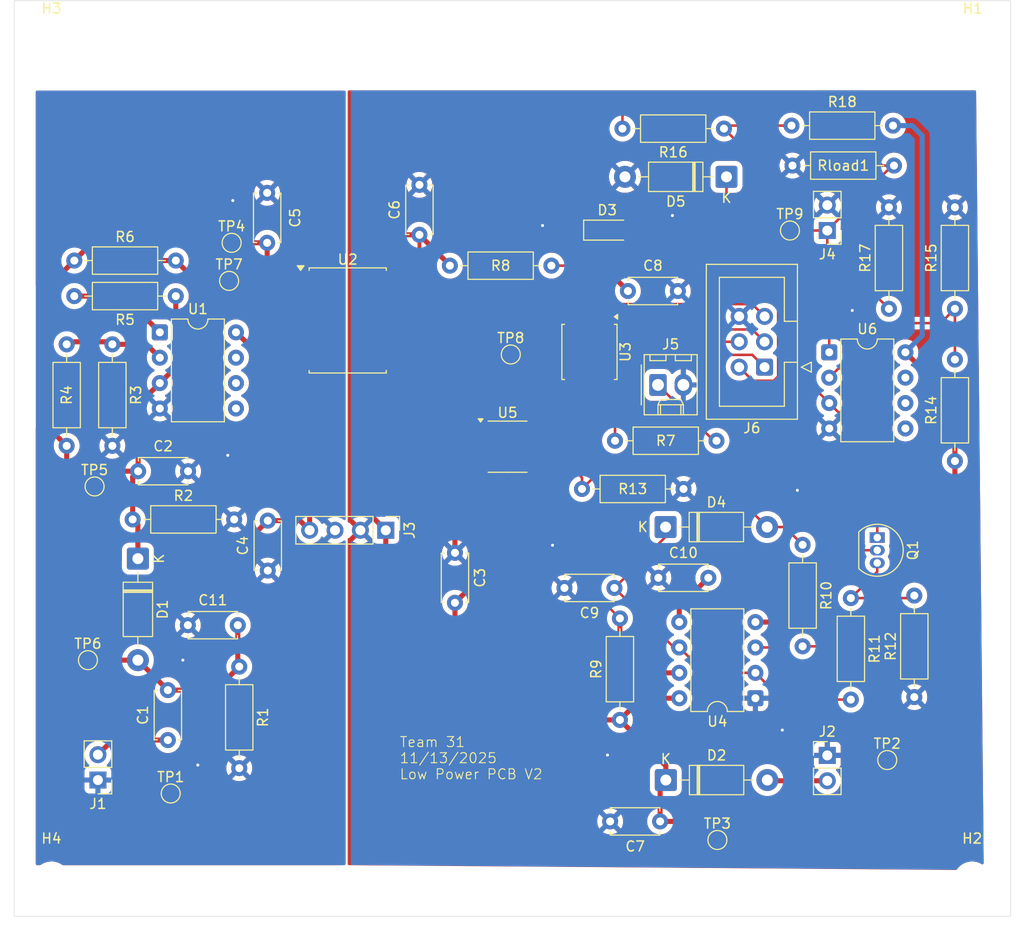
<source format=kicad_pcb>
(kicad_pcb (version 20241229) (generator "pcbnew") (generator_version "9.0")
  (layers (0 "F.Cu" signal) (2 "B.Cu" signal) (13 "F.Paste" user) (15 "B.Paste" user) (5 "F.SilkS" user "F.Silkscreen") (7 "B.SilkS" user "B.Silkscreen") (1 "F.Mask" user) (3 "B.Mask" user) (25 "Edge.Cuts" user))
  (net 0 "")
  (net 1 "/div_out")
  (net 2 "/AC_IN+")
  (net 3 "/env_out")
  (net 4 "/GND_AC")
  (net 5 "GND")
  (net 6 "+5V")
  (net 7 "/+5_ISO")
  (net 8 "/THR")
  (net 9 "Net-(U4-CV)")
  (net 10 "/DC_IN+")
  (net 11 "Net-(D3-A)")
  (net 12 "Net-(D4-A)")
  (net 13 "/drain")
  (net 14 "Net-(J4-Pin_1)")
  (net 15 "Net-(J5-Pin_1)")
  (net 16 "/MISO")
  (net 17 "/SCK")
  (net 18 "/MOSI")
  (net 19 "/RST")
  (net 20 "Net-(Q1-G)")
  (net 21 "/pulse")
  (net 22 "Net-(U1A--)")
  (net 23 "/comp_out")
  (net 24 "/timer_out")
  (net 25 "Net-(U6A--)")
  (net 26 "Net-(R16-Pad1)")
  (net 27 "/mcu_out")
  (net 30 "/iso_out")
  (footprint "Resistor_THT:R_Axial_DIN0207_L6.3mm_D2.5mm_P10.16mm_Horizontal" (layer "F.Cu") (at 191.42 50.5)
    (property "Reference" "R18")
    (property "Value" "1k")
  )
  (footprint "Package_SO:SOIC-8_3.9x4.9mm_P1.27mm" (layer "F.Cu") (at 163 82.635)
    (property "Reference" "U5")
    (property "Value" "TC4427xOA")
  )
  (footprint "Resistor_THT:R_Axial_DIN0207_L6.3mm_D2.5mm_P10.16mm_Horizontal" (layer "F.Cu") (at 129.794 67.564 180)
    (property "Reference" "R5")
    (property "Value" "1Meg")
  )
  (footprint "Package_DIP:DIP-8_W7.62mm" (layer "F.Cu") (at 128.195 71.19)
    (property "Reference" "U1")
    (property "Value" "LM393")
  )
  (footprint "Package_DIP:DIP-8_W7.62mm" (layer "F.Cu") (at 195.195 73.19)
    (property "Reference" "U6")
    (property "Value" "LM393")
  )
  (footprint "Resistor_THT:R_Axial_DIN0207_L6.3mm_D2.5mm_P10.16mm_Horizontal" (layer "F.Cu") (at 125.476 89.916)
    (property "Reference" "R2")
    (property "Value" "5.6k")
  )
  (footprint "MountingHole:MountingHole_3.2mm_M3" (layer "F.Cu") (at 209.55 42.926)
    (property "Reference" "H1")
    (property "Value" "MountingHole")
  )
  (footprint "Resistor_THT:R_Axial_DIN0207_L6.3mm_D2.5mm_P10.16mm_Horizontal" (layer "F.Cu") (at 173.752 82.042)
    (property "Reference" "R7")
    (property "Value" "1k")
  )
  (footprint "MountingHole:MountingHole_3.2mm_M3" (layer "F.Cu") (at 209.5 126)
    (property "Reference" "H2")
    (property "Value" "MountingHole")
  )
  (footprint "Resistor_THT:R_Axial_DIN0207_L6.3mm_D2.5mm_P10.16mm_Horizontal" (layer "F.Cu") (at 203.708 107.696 90)
    (property "Reference" "R12")
    (property "Value" "1k")
  )
  (footprint "Package_SO:SOIC-8_5.3x5.3mm_P1.27mm" (layer "F.Cu") (at 171.196 73.152 -90)
    (property "Reference" "U3")
    (property "Value" "ATtiny85-20S")
  )
  (footprint "Capacitor_THT:C_Disc_D4.7mm_W2.5mm_P5.00mm" (layer "F.Cu") (at 157.734 93.258 -90)
    (property "Reference" "C3")
    (property "Value" "10uF")
  )
  (footprint "Capacitor_THT:C_Disc_D4.7mm_W2.5mm_P5.00mm" (layer "F.Cu") (at 180.046 67.056 180)
    (property "Reference" "C8")
    (property "Value" "1uF")
  )
  (footprint "Capacitor_THT:C_Disc_D4.7mm_W2.5mm_P5.00mm" (layer "F.Cu") (at 178.268 120.142 180)
    (property "Reference" "C7")
    (property "Value" "100uF")
  )
  (footprint "Capacitor_THT:C_Disc_D4.7mm_W2.5mm_P5.00mm" (layer "F.Cu") (at 131 100.5)
    (property "Reference" "C11")
    (property "Value" "3.9nF")
  )
  (footprint "Diode_SMD:D_SOD-123" (layer "F.Cu") (at 172.974 60.96)
    (property "Reference" "D3")
    (property "Value" "MBR0520")
  )
  (footprint "Resistor_THT:R_Axial_DIN0207_L6.3mm_D2.5mm_P10.16mm_Horizontal" (layer "F.Cu") (at 192.532 92.456 -90)
    (property "Reference" "R10")
    (property "Value" "130k")
  )
  (footprint "Package_TO_SOT_THT:TO-92_Inline" (layer "F.Cu") (at 200 91.73 -90)
    (property "Reference" "Q1")
    (property "Value" "2N7000")
  )
  (footprint "Capacitor_THT:C_Disc_D4.7mm_W2.5mm_P5.00mm" (layer "F.Cu") (at 126.024 85.09)
    (property "Reference" "C2")
    (property "Value" "1nF")
  )
  (footprint "Connector_PinHeader_2.54mm:PinHeader_1x02_P2.54mm_Vertical" (layer "F.Cu") (at 195 61 180)
    (property "Reference" "J4")
    (property "Value" "Conn_01x02")
  )
  (footprint "Resistor_THT:R_Axial_DIN0207_L6.3mm_D2.5mm_P10.16mm_Horizontal" (layer "F.Cu") (at 207.772 84.074 90)
    (property "Reference" "R14")
    (property "Value" "5k")
  )
  (footprint "Capacitor_THT:C_Disc_D4.7mm_W2.5mm_P5.00mm" (layer "F.Cu") (at 178.094 95.758)
    (property "Reference" "C10")
    (property "Value" "10n")
  )
  (footprint "TestPoint:TestPoint_Pad_D1.5mm" (layer "F.Cu") (at 201 114)
    (property "Reference" "TP2")
    (property "Value" "TestPoint")
  )
  (footprint "TestPoint:TestPoint_Pad_D1.5mm" (layer "F.Cu") (at 135.128 66.04)
    (property "Reference" "TP7")
    (property "Value" "TestPoint" (hide yes))
  )
  (footprint "Capacitor_THT:C_Disc_D4.7mm_W2.5mm_P5.00mm" (layer "F.Cu") (at 129 112 90)
    (property "Reference" "C1")
    (property "Value" "10pF")
  )
  (footprint "Capacitor_THT:C_Disc_D4.7mm_W2.5mm_P5.00mm" (layer "F.Cu") (at 139 95.0375 90)
    (property "Reference" "C4")
    (property "Value" "10uF")
  )
  (footprint "TestPoint:TestPoint_Pad_D1.5mm" (layer "F.Cu") (at 191.262 61)
    (property "Reference" "TP9")
    (property "Value" "TestPoint")
  )
  (footprint "Connector_Molex:Molex_KK-254_AE-6410-02A_1x02_P2.54mm_Vertical" (layer "F.Cu") (at 178.054 76.454)
    (property "Reference" "J5")
    (property "Value" "LED")
  )
  (footprint "TestPoint:TestPoint_Pad_D1.5mm" (layer "F.Cu") (at 184 122)
    (property "Reference" "TP3")
    (property "Value" "TestPoint")
  )
  (footprint "Resistor_THT:R_Axial_DIN0207_L6.3mm_D2.5mm_P10.16mm_Horizontal" (layer "F.Cu") (at 201.168 68.834 90)
    (property "Reference" "R17")
    (property "Value" "1k")
  )
  (footprint "Resistor_THT:R_Axial_DIN0207_L6.3mm_D2.5mm_P10.16mm_Horizontal" (layer "F.Cu") (at 136.144 104.648 -90)
    (property "Reference" "R1")
    (property "Value" "10k")
  )
  (footprint "Diode_THT:D_DO-41_SOD81_P10.16mm_Horizontal" (layer "F.Cu") (at 184.912 55.626 180)
    (property "Reference" "D5")
    (property "Value" "1N5817")
  )
  (footprint "Resistor_THT:R_Axial_DIN0207_L6.3mm_D2.5mm_P10.16mm_Horizontal" (layer "F.Cu") (at 184.658 50.8 180)
    (property "Reference" "R16")
    (property "Value" "43k")
  )
  (footprint "Resistor_THT:R_Axial_DIN0207_L6.3mm_D2.5mm_P10.16mm_Horizontal" (layer "F.Cu") (at 157.226 64.516)
    (property "Reference" "R8")
    (property "Value" "10k")
  )
  (footprint "Resistor_THT:R_Axial_DIN0207_L6.3mm_D2.5mm_P10.16mm_Horizontal" (layer "F.Cu") (at 197.358 97.79 -90)
    (property "Reference" "R11")
    (property "Value" "2k")
  )
  (footprint "TestPoint:TestPoint_Pad_D1.5mm" (layer "F.Cu") (at 121.666 86.614)
    (property "Reference" "TP5")
    (property "Value" "TestPoint")
  )
  (footprint "Diode_THT:D_DO-41_SOD81_P10.16mm_Horizontal" (layer "F.Cu") (at 178.84 116)
    (property "Reference" "D2")
    (property "Value" "1N5817")
  )
  (footprint "Resistor_THT:R_Axial_DIN0207_L6.3mm_D2.5mm_P10.16mm_Horizontal" (layer "F.Cu") (at 119.634 64.008)
    (property "Reference" "R6")
    (property "Value" "10k")
  )
  (footprint "TestPoint:TestPoint_Pad_D1.5mm" (layer "F.Cu") (at 129.286 117.348)
    (property "Reference" "TP1")
    (property "Value" "TestPoint")
  )
  (footprint "Resistor_THT:R_Axial_DIN0207_L6.3mm_D2.5mm_P10.16mm_Horizontal" (layer "F.Cu") (at 207.772 68.834 90)
    (property "Reference" "R15")
    (property "Value" "1k")
  )
  (footprint "Package_SO:SOIC-16W_7.5x10.3mm_P1.27mm" (layer "F.Cu") (at 147 70)
    (property "Reference" "U2")
    (property "Value" "Si8640BD-B-IS2")
  )
  (footprint "Resistor_THT:R_Axial_DIN0207_L6.3mm_D2.5mm_P10.16mm_Horizontal" (layer "F.Cu") (at 174.244 109.982 90)
    (property "Reference" "R9")
    (property "Value" "15k")
  )
  (footprint "MountingHole:MountingHole_3.2mm_M3" (layer "F.Cu") (at 117.348 126)
    (property "Reference" "H4")
    (property "Value" "MountingHole")
  )
  (footprint "Resistor_THT:R_Axial_DIN0207_L6.3mm_D2.5mm_P10.16mm_Horizontal" (layer "F.Cu") (at 191.516 54.5)
    (property "Reference" "Rload1")
    (property "Value" "10k")
  )
  (footprint "TestPoint:TestPoint_Pad_D1.5mm" (layer "F.Cu") (at 135.382 62.23)
    (property "Reference" "TP4")
    (property "Value" "TestPoint")
  )
  (footprint "Package_DIP:DIP-8_W7.62mm" (layer "F.Cu") (at 187.805 107.81 180)
    (property "Reference" "U4")
    (property "Value" "NE555P")
  )
  (footprint "Connector_PinHeader_2.54mm:PinHeader_1x04_P2.54mm_Vertical" (layer "F.Cu") (at 150.81 91 -90)
    (property "Reference" "J3")
    (property "Value" "Conn_02x02_Counter_Clockwise")
  )
  (footprint "Connector_IDC:IDC-Header_2x03_P2.54mm_Vertical" (layer "F.Cu") (at 188.722 74.676 180)
    (property "Reference" "J6")
    (property "Value" "ISP")
  )
  (footprint "Connector_PinHeader_2.54mm:PinHeader_1x02_P2.54mm_Vertical" (layer "F.Cu") (at 122 116 180)
    (property "Reference" "J1")
    (property "Value" "Conn_01x02")
  )
  (footprint "Resistor_THT:R_Axial_DIN0207_L6.3mm_D2.5mm_P10.16mm_Horizontal" (layer "F.Cu") (at 118.872 82.55 90)
    (property "Reference" "R4")
    (property "Value" "47k")
  )
  (footprint "Connector_PinHeader_2.54mm:PinHeader_1x02_P2.54mm_Vertical" (layer "F.Cu") (at 195 113.533)
    (property "Reference" "J2")
    (property "Value" "Conn_01x02")
  )
  (footprint "TestPoint:TestPoint_Pad_D1.5mm" (layer "F.Cu") (at 163.322 73.406)
    (property "Reference" "TP8")
    (property "Value" "TestPoint")
  )
  (footprint "Resistor_THT:R_Axial_DIN0207_L6.3mm_D2.5mm_P10.16mm_Horizontal" (layer "F.Cu") (at 123.444 72.39 -90)
    (property "Reference" "R3")
    (property "Value" "3k")
  )
  (footprint "Diode_THT:D_DO-41_SOD81_P10.16mm_Horizontal" (layer "F.Cu") (at 126 93.84 -90)
    (property "Reference" "D1")
    (property "Value" "1N5817")
  )
  (footprint "Capacitor_THT:C_Disc_D4.7mm_W2.5mm_P5.00mm" (layer "F.Cu") (at 173.696 96.774 180)
    (property "Reference" "C9")
    (property "Value" "0.01uF")
  )
  (footprint "Resistor_THT:R_Axial_DIN0207_L6.3mm_D2.5mm_P10.16mm_Horizontal" (layer "F.Cu") (at 170.45 86.868)
    (property "Reference" "R13")
    (property "Value" "100k")
  )
  (footprint "Capacitor_THT:C_Disc_D4.7mm_W2.5mm_P5.00mm" (layer "F.Cu") (at 154.178 61.428 90)
    (property "Reference" "C6")
    (property "Value" "0.1uF")
  )
  (footprint "TestPoint:TestPoint_Pad_D1.5mm" (layer "F.Cu") (at 121 104)
    (property "Reference" "TP6")
    (property "Value" "TestPoint")
  )
  (footprint "Capacitor_THT:C_Disc_D4.7mm_W2.5mm_P5.00mm" (layer "F.Cu") (at 138.938 62.23 90)
    (property "Reference" "C5")
    (property "Value" "0.1uF")
  )
  (footprint "MountingHole:MountingHole_3.2mm_M3" (layer "F.Cu") (at 117.348 42.926)
    (property "Reference" "H3")
    (property "Value" "MountingHole")
  )
  (footprint "Diode_THT:D_DO-41_SOD81_P10.16mm_Horizontal" (layer "F.Cu") (at 178.816 90.678)
    (property "Reference" "D4")
    (property "Value" "1N5817")
  )
  (gr_rect (start 113.614 38.011) (end 213.36 129.629) (stroke (width 0.05)) (fill no) (layer "Edge.Cuts"))
  (gr_text "Team 31\n11/13/2025\nLow Power PCB V2" (at 152.146 116 0) (layer "F.SilkS") (effects (font (size 1 1) (thickness 0.1)) (justify left bottom)))
  (segment (start 129 107) (end 126 104) (width 0.508) (layer "F.Cu") (net 1))
  (segment (start 136 104.504) (end 136.144 104.648) (width 0.508) (layer "F.Cu") (net 1))
  (segment (start 133.792 107) (end 136.144 104.648) (width 0.508) (layer "F.Cu") (net 1))
  (segment (start 129 107) (end 133.792 107) (width 0.508) (layer "F.Cu") (net 1))
  (segment (start 126 104) (end 121 104) (width 0.508) (layer "F.Cu") (net 1))
  (segment (start 136 100.5) (end 136 104.504) (width 0.508) (layer "F.Cu") (net 1))
  (segment (start 123.46 112) (end 122 113.46) (width 0.508) (layer "F.Cu") (net 2))
  (segment (start 129 112) (end 123.46 112) (width 0.508) (layer "F.Cu") (net 2))
  (segment (start 126.024 85.09) (end 126.024 78.441) (width 0.508) (layer "F.Cu") (net 3))
  (segment (start 123.19 85.09) (end 121.666 86.614) (width 0.508) (layer "F.Cu") (net 3))
  (segment (start 126 93.84) (end 126 90.44) (width 0.508) (layer "F.Cu") (net 3))
  (segment (start 128.195 76.27) (end 129.794 74.671) (width 0.508) (layer "F.Cu") (net 3))
  (segment (start 126.024 85.09) (end 123.19 85.09) (width 0.508) (layer "F.Cu") (net 3))
  (segment (start 126.024 78.441) (end 128.195 76.27) (width 0.508) (layer "F.Cu") (net 3))
  (segment (start 126 90.44) (end 125.476 89.916) (width 0.508) (layer "F.Cu") (net 3))
  (segment (start 125.476 85.638) (end 126.024 85.09) (width 0.508) (layer "F.Cu") (net 3))
  (segment (start 125.476 89.916) (end 125.476 85.638) (width 0.508) (layer "F.Cu") (net 3))
  (segment (start 129.794 74.671) (end 129.794 67.564) (width 0.508) (layer "F.Cu") (net 3))
  (segment (start 144.138 70.117) (end 144.138 68.627334) (width 0.508) (layer "F.Cu") (net 4))
  (segment (start 142.35 71.905) (end 143.607 71.905) (width 0.508) (layer "F.Cu") (net 4))
  (segment (start 143.400334 66.825) (end 142.35 66.825) (width 0.508) (layer "F.Cu") (net 4))
  (segment (start 144.138 66.087334) (end 143.400334 66.825) (width 0.508) (layer "F.Cu") (net 4))
  (segment (start 129.032 117.348) (end 127.684 116) (width 0.508) (layer "F.Cu") (net 4))
  (segment (start 144.138 66.087334) (end 144.138 62.43) (width 0.508) (layer "F.Cu") (net 4))
  (segment (start 143.62 70.635) (end 144.138 70.117) (width 0.508) (layer "F.Cu") (net 4))
  (segment (start 127.684 116) (end 122 116) (width 0.508) (layer "F.Cu") (net 4))
  (segment (start 143.400334 74.445) (end 144.138 73.707334) (width 0.508) (layer "F.Cu") (net 4))
  (segment (start 129.286 117.348) (end 129.032 117.348) (width 0.508) (layer "F.Cu") (net 4))
  (segment (start 142.35 69.365) (end 143.400334 69.365) (width 0.508) (layer "F.Cu") (net 4))
  (segment (start 144.138 73.707334) (end 144.138 71.374) (width 0.508) (layer "F.Cu") (net 4))
  (segment (start 143.400334 69.365) (end 144.138 68.627334) (width 0.508) (layer "F.Cu") (net 4))
  (segment (start 143.607 71.905) (end 144.138 71.374) (width 0.508) (layer "F.Cu") (net 4))
  (segment (start 144.138 68.627334) (end 144.138 66.087334) (width 0.508) (layer "F.Cu") (net 4))
  (segment (start 142.35 74.445) (end 143.400334 74.445) (width 0.508) (layer "F.Cu") (net 4))
  (segment (start 144.138 62.43) (end 138.938 57.23) (width 0.508) (layer "F.Cu") (net 4))
  (segment (start 144.138 71.374) (end 144.138 70.117) (width 0.508) (layer "F.Cu") (net 4))
  (segment (start 142.35 70.635) (end 143.62 70.635) (width 0.508) (layer "F.Cu") (net 4))
  (via (at 135.5 58) (size 0.6) (drill 0.3) (layers "F.Cu" "B.Cu") (net 4))
  (via (at 130.5 104) (size 0.6) (drill 0.3) (layers "F.Cu" "B.Cu") (net 4))
  (via (at 132 114.5) (size 0.6) (drill 0.3) (layers "F.Cu" "B.Cu") (net 4))
  (via (at 135 83.5) (size 0.6) (drill 0.3) (layers "F.Cu" "B.Cu") (net 4))
  (segment (start 153.527919 76.322919) (end 153.527919 84.54) (width 0.508) (layer "F.Cu") (net 5))
  (segment (start 160.525 83.27) (end 158.496 83.27) (width 0.508) (layer "F.Cu") (net 5))
  (segment (start 153.2835 76.0785) (end 153.527919 76.322919) (width 0.508) (layer "F.Cu") (net 5))
  (segment (start 158.496 83.27) (end 157.226 84.54) (width 0.508) (layer "F.Cu") (net 5))
  (segment (start 159.7975 69.5645) (end 153.2835 76.0785) (width 0.508) (layer "F.Cu") (net 5))
  (segment (start 160.525 84.54) (end 157.226 84.54) (width 0.508) (layer "F.Cu") (net 5))
  (segment (start 200.533 113.533) (end 201 114) (width 0.508) (layer "F.Cu") (net 5))
  (segment (start 151.65 74.445) (end 153.2835 76.0785) (width 0.508) (layer "F.Cu") (net 5))
  (segment (start 151.65 66.825) (end 161.267 66.825) (width 0.508) (layer "F.Cu") (net 5))
  (segment (start 161.29 66.802) (end 161.29 63.54) (width 0.508) (layer "F.Cu") (net 5))
  (segment (start 157.226 84.54) (end 153.527919 84.54) (width 0.508) (layer "F.Cu") (net 5))
  (segment (start 161.29 63.54) (end 154.178 56.428) (width 0.508) (layer "F.Cu") (net 5))
  (segment (start 169.291 69.5645) (end 159.7975 69.5645) (width 0.508) (layer "F.Cu") (net 5))
  (segment (start 157.734 88.746081) (end 153.527919 84.54) (width 0.508) (layer "F.Cu") (net 5))
  (segment (start 157.734 93.258) (end 157.734 88.746081) (width 0.508) (layer "F.Cu") (net 5))
  (segment (start 161.267 66.825) (end 161.29 66.802) (width 0.508) (layer "F.Cu") (net 5))
  (segment (start 195 113.533) (end 200.533 113.533) (width 0.508) (layer "F.Cu") (net 5))
  (via (at 179.5 59.5) (size 0.6) (drill 0.3) (layers "F.Cu" "B.Cu") (net 5))
  (via (at 173 113.5) (size 0.6) (drill 0.3) (layers "F.Cu" "B.Cu") (net 5))
  (via (at 197.5 69) (size 0.6) (drill 0.3) (layers "F.Cu" "B.Cu") (net 5))
  (via (at 192 87) (size 0.6) (drill 0.3) (layers "F.Cu" "B.Cu") (net 5))
  (via (at 190.5 111) (size 0.6) (drill 0.3) (layers "F.Cu" "B.Cu") (net 5))
  (via (at 166.5 60.5) (size 0.6) (drill 0.3) (layers "F.Cu" "B.Cu") (net 5))
  (via (at 167.5 92.5) (size 0.6) (drill 0.3) (layers "F.Cu" "B.Cu") (net 5))
  (segment (start 154.178 63.027) (end 154.178 61.428) (width 0.381) (layer "F.Cu") (net 6))
  (segment (start 173.101 78.511848) (end 171.882348 79.7305) (width 0.381) (layer "F.Cu") (net 6))
  (segment (start 157.734 98.258) (end 163.683 92.309) (width 0.508) (layer "F.Cu") (net 6))
  (segment (start 207.772 78.147) (end 202.815 73.19) (width 0.508) (layer "F.Cu") (net 6))
  (segment (start 176.416 107.81) (end 180.185 107.81) (width 0.508) (layer "F.Cu") (net 6))
  (segment (start 163.8005 80.223968) (end 163.8005 82.570499) (width 0.381) (layer "F.Cu") (net 6))
  (segment (start 157.734 105.156) (end 162.56 109.982) (width 0.508) (layer "F.Cu") (net 6))
  (segment (start 154.178 61.428) (end 154.178 61.468) (width 0.508) (layer "F.Cu") (net 6))
  (segment (start 149.582666 72.158) (end 149.582666 66.403745) (width 0.508) (layer "F.Cu") (net 6))
  (segment (start 162.56 109.982) (end 174.244 109.982) (width 0.508) (layer "F.Cu") (net 6))
  (segment (start 182.96 122) (end 181.102 120.142) (width 0.508) (layer "F.Cu") (net 6))
  (segment (start 207.772 84.074) (end 207.772 78.147) (width 0.508) (layer "F.Cu") (net 6))
  (segment (start 173.101 76.7395) (end 173.101 78.511848) (width 0.381) (layer "F.Cu") (net 6))
  (segment (start 184 122) (end 182.96 122) (width 0.508) (layer "F.Cu") (net 6))
  (segment (start 150.599666 73.175) (end 149.582666 72.158) (width 0.508) (layer "F.Cu") (net 6))
  (segment (start 178.84 116) (end 178.84 114.578) (width 0.508) (layer "F.Cu") (net 6))
  (segment (start 151.65 65.555) (end 151.65 65.52) (width 0.381) (layer "F.Cu") (net 6))
  (segment (start 150.81 98.232) (end 157.734 105.156) (width 0.508) (layer "F.Cu") (net 6))
  (segment (start 171.324 60.96) (end 163.704 53.34) (width 0.508) (layer "F.Cu") (net 6))
  (segment (start 207.772 98.298) (end 207.772 110.998) (width 0.508) (layer "F.Cu") (net 6))
  (segment (start 150.114 54.61) (end 150.114 59.69) (width 0.508) (layer "F.Cu") (net 6))
  (segment (start 171.324 60.96) (end 171.324 63.334) (width 0.508) (layer "F.Cu") (net 6))
  (segment (start 157.734 98.258) (end 157.734 105.156) (width 0.508) (layer "F.Cu") (net 6))
  (segment (start 151.65 73.175) (end 150.599666 73.175) (width 0.508) (layer "F.Cu") (net 6))
  (segment (start 174.822974 67.075) (end 175 67.075) (width 0.508) (layer "F.Cu") (net 6))
  (segment (start 174.244 109.982) (end 176.416 107.81) (width 0.508) (layer "F.Cu") (net 6))
  (segment (start 149.582666 66.403745) (end 150.431411 65.555) (width 0.508) (layer "F.Cu") (net 6))
  (segment (start 150.431411 65.555) (end 151.65 65.555) (width 0.508) (layer "F.Cu") (net 6))
  (segment (start 164.293968 79.7305) (end 163.8005 80.223968) (width 0.381) (layer "F.Cu") (net 6))
  (segment (start 178.84 114.578) (end 174.244 109.982) (width 0.508) (layer "F.Cu") (net 6))
  (segment (start 207.772 84.074) (end 207.772 98.298) (width 0.508) (layer "F.Cu") (net 6))
  (segment (start 196.77 122) (end 184 122) (width 0.508) (layer "F.Cu") (net 6))
  (segment (start 157.226 64.476) (end 154.178 61.428) (width 0.508) (layer "F.Cu") (net 6))
  (segment (start 178.268 116.572) (end 178.84 116) (width 0.508) (layer "F.Cu") (net 6))
  (segment (start 207.772 98.298) (end 205.88 100.19) (width 0.508) (layer "F.Cu") (net 6))
  (segment (start 164.564468 83.27) (end 163.683 84.151468) (width 0.381) (layer "F.Cu") (net 6))
  (segment (start 165.475 83.27) (end 164.564468 83.27) (width 0.381) (layer "F.Cu") (net 6))
  (segment (start 164.500001 83.27) (end 165.475 83.27) (width 0.381) (layer "F.Cu") (net 6))
  (segment (start 150.114 59.69) (end 151.852 61.428) (width 0.508) (layer "F.Cu") (net 6))
  (segment (start 171.882348 79.7305) (end 164.293968 79.7305) (width 0.381) (layer "F.Cu") (net 6))
  (segment (start 151.384 53.34) (end 150.114 54.61) (width 0.508) (layer "F.Cu") (net 6))
  (segment (start 207.772 110.998) (end 196.77 122) (width 0.508) (layer "F.Cu") (net 6))
  (segment (start 205.88 100.19) (end 187.805 100.19) (width 0.508) (layer "F.Cu") (net 6))
  (segment (start 181.102 120.142) (end 178.268 120.142) (width 0.508) (layer "F.Cu") (net 6))
  (segment (start 154.178 61.468) (end 154.432 61.722) (width 0.508) (layer "F.Cu") (net 6))
  (segment (start 163.8005 82.570499) (end 164.500001 83.27) (width 0.381) (layer "F.Cu") (net 6))
  (segment (start 163.704 53.34) (end 151.384 53.34) (width 0.508) (layer "F.Cu") (net 6))
  (segment (start 171.324 63.334) (end 175.046 67.056) (width 0.508) (layer "F.Cu") (net 6))
  (segment (start 178.268 120.142) (end 178.268 116.572) (width 0.508) (layer "F.Cu") (net 6))
  (segment (start 151.65 65.555) (end 154.178 63.027) (width 0.381) (layer "F.Cu") (net 6))
  (segment (start 150.81 91) (end 149.582666 89.772666) (width 0.508) (layer "F.Cu") (net 6))
  (segment (start 163.683 84.151468) (end 163.683 92.309) (width 0.508) (layer "F.Cu") (net 6))
  (segment (start 150.81 98.232) (end 150.81 91) (width 0.508) (layer "F.Cu") (net 6))
  (segment (start 151.852 61.428) (end 154.178 61.428) (width 0.508) (layer "F.Cu") (net 6))
  (segment (start 157.226 64.516) (end 157.226 64.476) (width 0.508) (layer "F.Cu") (net 6))
  (segment (start 149.582666 89.772666) (end 149.582666 72.158) (width 0.508) (layer "F.Cu") (net 6))
  (segment (start 204.5 51.5) (end 203.5 50.5) (width 0.508) (layer "B.Cu") (net 6))
  (segment (start 203.5 50.5) (end 201.58 50.5) (width 0.508) (layer "B.Cu") (net 6))
  (segment (start 204.5 71.505) (end 204.5 51.5) (width 0.508) (layer "B.Cu") (net 6))
  (segment (start 202.815 73.19) (end 204.5 71.505) (width 0.508) (layer "B.Cu") (net 6))
  (segment (start 143.19 78.535373) (end 143.19 91) (width 0.508) (layer "F.Cu") (net 7))
  (segment (start 138.938 64.008) (end 139.005 64.075) (width 0.508) (layer "F.Cu") (net 7))
  (segment (start 118.872 89.851526) (end 118.872 82.55) (width 0.508) (layer "F.Cu") (net 7))
  (segment (start 121.412 62.23) (end 135.382 62.23) (width 0.508) (layer "F.Cu") (net 7))
  (segment (start 118.872 82.55) (end 116.586 80.264) (width 0.508) (layer "F.Cu") (net 7))
  (segment (start 116.586 67.056) (end 119.634 64.008) (width 0.508) (layer "F.Cu") (net 7))
  (segment (start 133.3345 95.703) (end 124.723474 95.703) (width 0.508) (layer "F.Cu") (net 7))
  (segment (start 139 90.0375) (end 133.3345 95.703) (width 0.508) (layer "F.Cu") (net 7))
  (segment (start 138.938 62.23) (end 135.382 62.23) (width 0.508) (layer "F.Cu") (net 7))
  (segment (start 116.586 80.264) (end 116.586 67.056) (width 0.508) (layer "F.Cu") (net 7))
  (segment (start 139.005 64.075) (end 140.438 65.508) (width 0.508) (layer "F.Cu") (net 7))
  (segment (start 138.938 62.23) (end 138.938 64.008) (width 0.508) (layer "F.Cu") (net 7))
  (segment (start 139 90.0375) (end 142.2275 90.0375) (width 0.508) (layer "F.Cu") (net 7))
  (segment (start 140.438 65.508) (end 142.35 65.508) (width 0.508) (layer "F.Cu") (net 7))
  (segment (start 135.815 71.19) (end 135.844627 71.19) (width 0.508) (layer "F.Cu") (net 7))
  (segment (start 139 64.075) (end 139.005 64.075) (width 0.508) (layer "F.Cu") (net 7))
  (segment (start 135.844627 71.19) (end 143.19 78.535373) (width 0.508) (layer "F.Cu") (net 7))
  (segment (start 124.723474 95.703) (end 118.872 89.851526) (width 0.508) (layer "F.Cu") (net 7))
  (segment (start 142.2275 90.0375) (end 143.19 91) (width 0.508) (layer "F.Cu") (net 7))
  (segment (start 119.634 64.008) (end 121.412 62.23) (width 0.508) (layer "F.Cu") (net 7))
  (segment (start 187.805 105.27) (end 191.921 109.386) (width 0.254) (layer "F.Cu") (net 8))
  (segment (start 179.652 102.73) (end 180.185 102.73) (width 0.254) (layer "F.Cu") (net 8))
  (segment (start 182.725 105.27) (end 180.185 102.73) (width 0.254) (layer "F.Cu") (net 8))
  (segment (start 180.185 102.73) (end 179.464 102.73) (width 0.254) (layer "F.Cu") (net 8))
  (segment (start 200.406 105.918) (end 197.104 102.616) (width 0.254) (layer "F.Cu") (net 8))
  (segment (start 197.104 102.616) (end 192.532 102.616) (width 0.254) (layer "F.Cu") (net 8))
  (segment (start 200.406 108.966) (end 200.406 105.918) (width 0.254) (layer "F.Cu") (net 8))
  (segment (start 178.816 90.678) (end 178.816 91.654) (width 0.254) (layer "F.Cu") (net 8))
  (segment (start 187.805 105.27) (end 182.725 105.27) (width 0.254) (layer "F.Cu") (net 8))
  (segment (start 178.816 91.654) (end 173.696 96.774) (width 0.254) (layer "F.Cu") (net 8))
  (segment (start 191.921 109.386) (end 199.986 109.386) (width 0.254) (layer "F.Cu") (net 8))
  (segment (start 199.986 109.386) (end 200.406 108.966) (width 0.254) (layer "F.Cu") (net 8))
  (segment (start 173.696 96.774) (end 179.652 102.73) (width 0.254) (layer "F.Cu") (net 8))
  (segment (start 180.185 100.19) (end 180.185 98.667) (width 0.508) (layer "F.Cu") (net 9))
  (segment (start 180.185 98.667) (end 183.094 95.758) (width 0.508) (layer "F.Cu") (net 9))
  (segment (start 189 116) (end 189.152 116) (width 0.508) (layer "F.Cu") (net 10))
  (segment (start 194.46 116) (end 195 116.54) (width 0.508) (layer "F.Cu") (net 10))
  (segment (start 189.23 116.078) (end 189.235 116.073) (width 0.508) (layer "F.Cu") (net 10))
  (segment (start 189.152 116) (end 189.23 116.078) (width 0.508) (layer "F.Cu") (net 10))
  (segment (start 189.235 116.073) (end 195 116.073) (width 0.508) (layer "F.Cu") (net 10))
  (segment (start 189.643316 76.035) (end 187.541 76.035) (width 0.254) (layer "F.Cu") (net 11))
  (segment (start 190.081 67.583478) (end 190.081 75.597316) (width 0.254) (layer "F.Cu") (net 11))
  (segment (start 183.457522 60.96) (end 174.624 60.96) (width 0.254) (layer "F.Cu") (net 11))
  (segment (start 187.541 76.035) (end 186.182 74.676) (width 0.254) (layer "F.Cu") (net 11))
  (segment (start 183.457522 60.96) (end 190.081 67.583478) (width 0.254) (layer "F.Cu") (net 11))
  (segment (start 190.081 75.597316) (end 189.643316 76.035) (width 0.254) (layer "F.Cu") (net 11))
  (segment (start 188.976 90.678) (end 187.24 88.942) (width 0.254) (layer "F.Cu") (net 12))
  (segment (start 190.754 90.678) (end 192.532 92.456) (width 0.254) (layer "F.Cu") (net 12))
  (segment (start 177.59208 88.942) (end 172.26 94.27408) (width 0.254) (layer "F.Cu") (net 12))
  (segment (start 187.24 88.942) (end 177.59208 88.942) (width 0.254) (layer "F.Cu") (net 12))
  (segment (start 172.26 94.27408) (end 172.26 97.838) (width 0.254) (layer "F.Cu") (net 12))
  (segment (start 174.244 99.822) (end 174.244 101.50265) (width 0.508) (layer "F.Cu") (net 12))
  (segment (start 188.976 90.678) (end 190.754 90.678) (width 0.254) (layer "F.Cu") (net 12))
  (segment (start 174.244 101.50265) (end 178.01135 105.27) (width 0.508) (layer "F.Cu") (net 12))
  (segment (start 178.01135 105.27) (end 180.185 105.27) (width 0.508) (layer "F.Cu") (net 12))
  (segment (start 172.26 97.838) (end 174.244 99.822) (width 0.254) (layer "F.Cu") (net 12))
  (segment (start 200 91.73) (end 200 83.075) (width 0.254) (layer "F.Cu") (net 13))
  (segment (start 193.759 70.182434) (end 184.912 61.335434) (width 0.254) (layer "F.Cu") (net 13))
  (segment (start 195.195 78.27) (end 193.759 76.834) (width 0.254) (layer "F.Cu") (net 13))
  (segment (start 193.759 76.834) (end 193.759 70.182434) (width 0.254) (layer "F.Cu") (net 13))
  (segment (start 184.912 61.335434) (end 184.912 55.626) (width 0.254) (layer "F.Cu") (net 13))
  (segment (start 200 83.075) (end 195.195 78.27) (width 0.254) (layer "F.Cu") (net 13))
  (segment (start 195 61) (end 191.262 61) (width 0.254) (layer "F.Cu") (net 14))
  (segment (start 194 48) (end 200.5 54.5) (width 0.254) (layer "F.Cu") (net 14))
  (segment (start 199.334 67) (end 195 67) (width 0.254) (layer "F.Cu") (net 14))
  (segment (start 201.168 68.834) (end 199.334 67) (width 0.254) (layer "F.Cu") (net 14))
  (segment (start 201.676 54.324) (end 195 61) (width 0.254) (layer "F.Cu") (net 14))
  (segment (start 174.498 50.8) (end 174.498 49.502) (width 0.254) (layer "F.Cu") (net 14))
  (segment (start 174.498 49.502) (end 176 48) (width 0.254) (layer "F.Cu") (net 14))
  (segment (start 195 67) (end 195 61) (width 0.254) (layer "F.Cu") (net 14))
  (segment (start 200.5 54.5) (end 201.676 54.5) (width 0.254) (layer "F.Cu") (net 14))
  (segment (start 176 48) (end 194 48) (width 0.254) (layer "F.Cu") (net 14))
  (segment (start 183.642 82.042) (end 178.054 76.454) (width 0.254) (layer "F.Cu") (net 15))
  (segment (start 183.912 82.042) (end 183.642 82.042) (width 0.254) (layer "F.Cu") (net 15))
  (segment (start 187.49 73.444) (end 188.722 74.676) (width 0.254) (layer "F.Cu") (net 16))
  (segment (start 173.044001 73.444) (end 170.561 75.927001) (width 0.254) (layer "F.Cu") (net 16))
  (segment (start 173.044001 73.444) (end 187.49 73.444) (width 0.254) (layer "F.Cu") (net 16))
  (segment (start 170.561 75.927001) (end 170.561 76.7395) (width 0.254) (layer "F.Cu") (net 16))
  (segment (start 172.828001 74.93) (end 171.831 75.927001) (width 0.254) (layer "F.Cu") (net 17))
  (segment (start 168.076 76.2) (end 173.372 70.904) (width 0.254) (layer "F.Cu") (net 17))
  (segment (start 173.372 70.904) (end 187.49 70.904) (width 0.254) (layer "F.Cu") (net 17))
  (segment (start 173.752 80.534) (end 174.498 79.788) (width 0.254) (layer "F.Cu") (net 17))
  (segment (start 168.148 78.74) (end 168.076 78.668) (width 0.254) (layer "F.Cu") (net 17))
  (segment (start 171.831 78.613) (end 171.704 78.74) (width 0.254) (layer "F.Cu") (net 17))
  (segment (start 168.076 78.668) (end 168.076 76.2) (width 0.254) (layer "F.Cu") (net 17))
  (segment (start 173.752 82.042) (end 173.752 80.534) (width 0.254) (layer "F.Cu") (net 17))
  (segment (start 187.49 70.904) (end 188.722 72.136) (width 0.254) (layer "F.Cu") (net 17))
  (segment (start 174.498 79.788) (end 174.498 74.93) (width 0.254) (layer "F.Cu") (net 17))
  (segment (start 171.831 76.7395) (end 171.831 78.613) (width 0.254) (layer "F.Cu") (net 17))
  (segment (start 171.831 75.927001) (end 171.831 76.7395) (width 0.254) (layer "F.Cu") (net 17))
  (segment (start 171.704 78.74) (end 168.148 78.74) (width 0.254) (layer "F.Cu") (net 17))
  (segment (start 174.498 74.93) (end 172.828001 74.93) (width 0.254) (layer "F.Cu") (net 17))
  (segment (start 169.291 76.063246) (end 169.291 76.7395) (width 0.254) (layer "F.Cu") (net 18))
  (segment (start 173.218246 72.136) (end 186.182 72.136) (width 0.254) (layer "F.Cu") (net 18))
  (segment (start 173.218246 72.136) (end 169.291 76.063246) (width 0.254) (layer "F.Cu") (net 18))
  (segment (start 174.3015 68.364) (end 173.101 69.5645) (width 0.254) (layer "F.Cu") (net 19))
  (segment (start 168.91 64.516) (end 167.386 64.516) (width 0.254) (layer "F.Cu") (net 19))
  (segment (start 187.49 68.364) (end 188.722 69.596) (width 0.254) (layer "F.Cu") (net 19))
  (segment (start 174.3015 68.364) (end 187.49 68.364) (width 0.254) (layer "F.Cu") (net 19))
  (segment (start 173.101 68.707) (end 168.91 64.516) (width 0.254) (layer "F.Cu") (net 19))
  (segment (start 173.101 69.5645) (end 173.101 68.707) (width 0.254) (layer "F.Cu") (net 19))
  (segment (start 200 93) (end 197.14 93) (width 0.254) (layer "F.Cu") (net 20))
  (segment (start 194.818 86.36) (end 193.04 84.582) (width 0.254) (layer "F.Cu") (net 20))
  (segment (start 166.71337 82) (end 165.475 82) (width 0.254) (layer "F.Cu") (net 20))
  (segment (start 197.14 93) (end 194.818 90.678) (width 0.254) (layer "F.Cu") (net 20))
  (segment (start 193.04 84.582) (end 172.736 84.582) (width 0.254) (layer "F.Cu") (net 20))
  (segment (start 170.45 85.73663) (end 166.71337 82) (width 0.254) (layer "F.Cu") (net 20))
  (segment (start 194.818 90.678) (end 194.818 86.36) (width 0.254) (layer "F.Cu") (net 20))
  (segment (start 172.736 84.582) (end 170.45 86.868) (width 0.254) (layer "F.Cu") (net 20))
  (segment (start 170.45 86.868) (end 170.45 85.73663) (width 0.254) (layer "F.Cu") (net 20))
  (segment (start 197.358 97.79) (end 200 95.148) (width 0.254) (layer "F.Cu") (net 21))
  (segment (start 203.708 97.536) (end 203.2 97.536) (width 0.254) (layer "F.Cu") (net 21))
  (segment (start 203.2 97.536) (end 202.946 97.79) (width 0.254) (layer "F.Cu") (net 21))
  (segment (start 202.946 97.79) (end 197.358 97.79) (width 0.254) (layer "F.Cu") (net 21))
  (segment (start 200 95.148) (end 200 94.27) (width 0.254) (layer "F.Cu") (net 21))
  (segment (start 119.634 72.136) (end 123.19 72.136) (width 0.508) (layer "F.Cu") (net 22))
  (segment (start 123.444 72.39) (end 126.855 72.39) (width 0.508) (layer "F.Cu") (net 22))
  (segment (start 123.19 72.136) (end 123.444 72.39) (width 0.508) (layer "F.Cu") (net 22))
  (segment (start 126.855 72.39) (end 128.195 73.73) (width 0.508) (layer "F.Cu") (net 22))
  (segment (start 142.35 68.095) (end 135.128 68.095) (width 0.508) (layer "F.Cu") (net 23))
  (segment (start 128.195 71.19) (end 124.569 67.564) (width 0.508) (layer "F.Cu") (net 23))
  (segment (start 135.128 66.04) (end 135.128 68.095) (width 0.508) (layer "F.Cu") (net 23))
  (segment (start 133.881 68.095) (end 129.794 64.008) (width 0.508) (layer "F.Cu") (net 23))
  (segment (start 128.125 64.008) (end 124.569 67.564) (width 0.508) (layer "F.Cu") (net 23))
  (segment (start 124.569 67.564) (end 119.634 67.564) (width 0.508) (layer "F.Cu") (net 23))
  (segment (start 128.195 71.19) (end 128.086 71.19) (width 0.508) (layer "F.Cu") (net 23))
  (segment (start 129.794 64.008) (end 128.125 64.008) (width 0.508) (layer "F.Cu") (net 23))
  (segment (start 135.128 68.095) (end 133.881 68.095) (width 0.508) (layer "F.Cu") (net 23))
  (segment (start 195.326 107.95) (end 190.106 102.73) (width 0.254) (layer "F.Cu") (net 24))
  (segment (start 190.106 102.73) (end 187.805 102.73) (width 0.254) (layer "F.Cu") (net 24))
  (segment (start 197.358 107.95) (end 195.326 107.95) (width 0.254) (layer "F.Cu") (net 24))
  (segment (start 206.336 70.27) (end 200.655 70.27) (width 0.254) (layer "F.Cu") (net 25))
  (segment (start 207.772 73.914) (end 207.772 68.834) (width 0.254) (layer "F.Cu") (net 25))
  (segment (start 200.655 70.27) (end 195.195 75.73) (width 0.254) (layer "F.Cu") (net 25))
  (segment (start 207.772 68.834) (end 206.336 70.27) (width 0.254) (layer "F.Cu") (net 25))
  (segment (start 188.722 54.864) (end 188.722 62.869) (width 0.254) (layer "F.Cu") (net 26))
  (segment (start 188.722 62.869) (end 195.195 69.342) (width 0.254) (layer "F.Cu") (net 26))
  (segment (start 184.658 50.8) (end 188.722 54.864) (width 0.254) (layer "F.Cu") (net 26))
  (segment (start 191.42 50.5) (end 184.958 50.5) (width 0.254) (layer "F.Cu") (net 26))
  (segment (start 184.958 50.5) (end 184.658 50.8) (width 0.254) (layer "F.Cu") (net 26))
  (segment (start 195.195 69.342) (end 195.195 73.19) (width 0.254) (layer "F.Cu") (net 26))
  (segment (start 170.561 70.376999) (end 170.561 69.5645) (width 0.381) (layer "F.Cu") (net 27))
  (segment (start 158.5965 81.341242) (end 158.5965 78.1315) (width 0.381) (layer "F.Cu") (net 27))
  (segment (start 159.255258 82) (end 158.5965 81.341242) (width 0.381) (layer "F.Cu") (net 27))
  (segment (start 158.5965 78.1315) (end 163.322 73.406) (width 0.381) (layer "F.Cu") (net 27))
  (segment (start 160.525 82) (end 159.255258 82) (width 0.381) (layer "F.Cu") (net 27))
  (segment (start 167.531999 73.406) (end 170.561 70.376999) (width 0.381) (layer "F.Cu") (net 27))
  (segment (start 163.322 73.406) (end 167.531999 73.406) (width 0.381) (layer "F.Cu") (net 27))
  (segment (start 151.65 68.095) (end 165.291744 68.095) (width 0.254) (layer "F.Cu") (net 30))
  (segment (start 171.831 68.529038) (end 171.831 69.5645) (width 0.254) (layer "F.Cu") (net 30))
  (segment (start 165.291744 68.095) (end 165.524744 67.862) (width 0.254) (layer "F.Cu") (net 30))
  (segment (start 171.163962 67.862) (end 171.831 68.529038) (width 0.254) (layer "F.Cu") (net 30))
  (segment (start 165.524744 67.862) (end 171.163962 67.862) (width 0.254) (layer "F.Cu") (net 30))
  (zone (net 4) (net_name "/GND_AC") (layer "F.Cu") (priority 2) (connect_pads (clearance 0.5)) (min_thickness 0.25) (fill yes (thermal_gap 0.5) (thermal_bridge_width 0.5))
    (polygon (pts (xy 146.8 124.52) (xy 146.8 47) (xy 115.78 47) (xy 115.78 124.52)))
  )
  (zone (net 5) (net_name "GND") (layer "F.Cu") (priority 3) (connect_pads (clearance 0.5)) (min_thickness 0.25) (fill yes (thermal_gap 0.5) (thermal_bridge_width 0.5))
    (polygon (pts (xy 147 124.52) (xy 210.66 125.02) (xy 209.89 46.97) (xy 147 46.97)))
  )
  (zone (net 4) (net_name "/GND_AC") (layer "B.Cu") (priority 1) (connect_pads (clearance 0.5)) (min_thickness 0.25) (fill yes (thermal_gap 0.5) (thermal_bridge_width 0.5))
    (polygon (pts (xy 146.8 46.995973) (xy 146.8 124.519973) (xy 115.784 124.519973) (xy 115.784 46.995973)))
  )
  (zone (net 5) (net_name "GND") (layer "B.Cu") (connect_pads (clearance 0.5)) (min_thickness 0.25) (fill yes (thermal_gap 0.5) (thermal_bridge_width 0.5))
    (polygon (pts (xy 147 46.976) (xy 209.888229 46.976) (xy 210.659598 124.998573) (xy 147 124.5)))
  )
)
</source>
